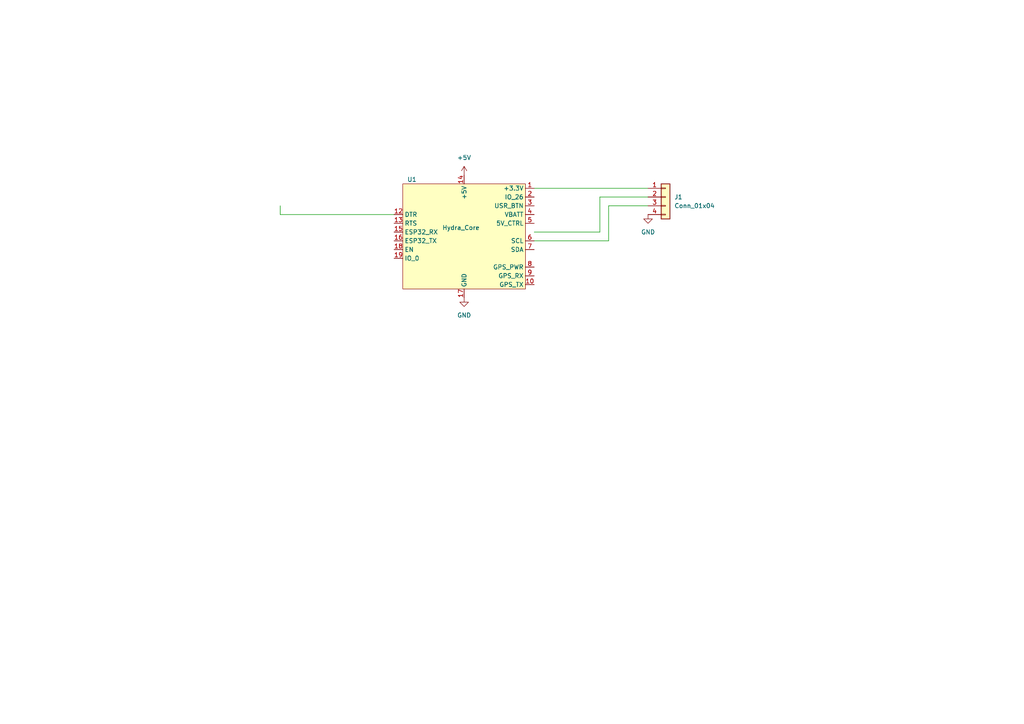
<source format=kicad_sch>
(kicad_sch (version 20211123) (generator eeschema)
  (paper "A4")
  (lib_symbols
    (symbol "Connector_Generic:Conn_01x04" (pin_names (offset 1.016) hide)
      (property "Reference" "J" (at 0 5.08 0))
      (property "Value" "Conn_01x04" (at 0 -7.62 0))
      (symbol "Conn_01x04_1_1"
        (rectangle (start -1.27 -4.953) (end 0 -5.207) (stroke (width 0.1524)))
        (rectangle (start -1.27 -2.413) (end 0 -2.667) (stroke (width 0.1524)))
        (rectangle (start -1.27 0.127) (end 0 -0.127) (stroke (width 0.1524)))
        (rectangle (start -1.27 2.667) (end 0 2.413) (stroke (width 0.1524)))
        (rectangle (start -1.27 3.81) (end 1.27 -6.35) (stroke (width 0.254)) (fill (type background)))
        (pin passive line (at -5.08 2.54 0) (length 3.81) (name "Pin_1") (number "1"))
        (pin passive line (at -5.08 0 0) (length 3.81) (name "Pin_2") (number "2"))
        (pin passive line (at -5.08 -2.54 0) (length 3.81) (name "Pin_3") (number "3"))
        (pin passive line (at -5.08 -5.08 0) (length 3.81) (name "Pin_4") (number "4"))
      )
    )
    (symbol "hydra_core_symbol:Hydra_Core" (in_bom no)
      (property "Reference" "U" (at 0 3.81 0))
      (property "Value" "Hydra_Core" (at 0 -2.54 0))
      (symbol "Hydra_Core_0_1"
        (rectangle (start 17.78 15.24) (end -17.78 -15.24) (fill (type background)))
      )
      (symbol "Hydra_Core_1_1"
        (pin power_out line (at 20.32 13.97 180) (length 2.54) (name "+3.3V") (number "1"))
        (pin bidirectional line (at 20.32 -13.97 180) (length 2.54) (name "GPS_TX") (number "10"))
        (pin power_out line (at 0 -17.78 90) (length 2.54) hide (name "GND") (number "11"))
        (pin bidirectional line (at -20.32 6.35 0) (length 2.54) (name "DTR") (number "12"))
        (pin bidirectional line (at -20.32 3.81 0) (length 2.54) (name "RTS") (number "13"))
        (pin power_in line (at 0 17.78 270) (length 2.54) (name "+5V") (number "14"))
        (pin bidirectional line (at -20.32 1.27 0) (length 2.54) (name "ESP32_RX") (number "15"))
        (pin bidirectional line (at -20.32 -1.27 0) (length 2.54) (name "ESP32_TX") (number "16"))
        (pin power_in line (at 0 -17.78 90) (length 2.54) (name "GND") (number "17"))
        (pin bidirectional line (at -20.32 -3.81 0) (length 2.54) (name "EN") (number "18"))
        (pin bidirectional line (at -20.32 -6.35 0) (length 2.54) (name "IO_0") (number "19"))
        (pin bidirectional line (at 20.32 11.43 180) (length 2.54) (name "IO_26") (number "2"))
        (pin bidirectional line (at 20.32 8.89 180) (length 2.54) (name "USR_BTN") (number "3"))
        (pin input line (at 20.32 6.35 180) (length 2.54) (name "VBATT") (number "4"))
        (pin power_out line (at 20.32 3.81 180) (length 2.54) (name "5V_CTRL") (number "5"))
        (pin bidirectional line (at 20.32 -1.27 180) (length 2.54) (name "SCL") (number "6"))
        (pin bidirectional line (at 20.32 -3.81 180) (length 2.54) (name "SDA") (number "7"))
        (pin power_out line (at 20.32 -8.89 180) (length 2.54) (name "GPS_PWR") (number "8"))
        (pin bidirectional line (at 20.32 -11.43 180) (length 2.54) (name "GPS_RX") (number "9"))
      )
    )
    (symbol "power:+5V" (power) (pin_names (offset 0))
      (property "Value" "+5V" (at 0 3.556 0))
      (symbol "+5V_0_1"
        (polyline (pts (xy -0.762 1.27) (xy 0 2.54)))
        (polyline (pts (xy 0 0) (xy 0 2.54)))
        (polyline (pts (xy 0 2.54) (xy 0.762 1.27)))
      )
      (symbol "+5V_1_1"
        (pin power_in line (at 0 0 90) (length 0) hide (name "+5V") (number "1"))
      )
    )
    (symbol "power:GND" (power) (pin_names (offset 0))
      (property "Value" "GND" (at 0 -3.81 0))
      (symbol "GND_0_1"
        (polyline (pts (xy 0 0) (xy 0 -1.27) (xy 1.27 -1.27) (xy 0 -2.54) (xy -1.27 -1.27) (xy 0 -1.27)))
      )
      (symbol "GND_1_1"
        (pin power_in line (at 0 0 270) (length 0) hide (name "GND") (number "1"))
      )
    )
  )
  (wire (pts (xy 187.96 57.15) (xy 173.99 57.15)))
  (wire (pts (xy 154.94 67.31) (xy 173.99 67.31)))
  (wire (pts (xy 81.28 62.23) (xy 81.28 59.69)))
  (wire (pts (xy 176.53 59.69) (xy 187.96 59.69)))
  (wire (pts (xy 81.28 62.23) (xy 114.3 62.23)))
  (wire (pts (xy 154.94 69.85) (xy 176.53 69.85)))
  (wire (pts (xy 173.99 57.15) (xy 173.99 67.31)))
  (wire (pts (xy 154.94 54.61) (xy 187.96 54.61)))
  (wire (pts (xy 176.53 69.85) (xy 176.53 59.69)))
  (symbol (lib_id "hydra_core_symbol:Hydra_Core") (at 134.62 68.58 0) (unit 1) (in_bom no)
    (property "Reference" "U1" (at 118.11 52.07 0) (effects (justify left)))
    (property "Value" "Hydra_Core" (at 128.27 66.04 0) (effects (justify left)))
    (property "Footprint" "core_pcb:Hydra_core" (effects hide))
  )
  (symbol (lib_id "power:GND") (at 134.62 86.36 0) (unit 1)
    (property "Reference" "#PWR01" (effects hide))
    (property "Value" "GND" (at 134.62 91.44 0))
  )
  (symbol (lib_id "power:GND") (at 187.96 62.23 0) (unit 1)
    (property "Reference" "#PWR02" (effects hide))
    (property "Value" "GND" (at 187.96 67.31 0))
  )
  (symbol (lib_id "Connector_Generic:Conn_01x04") (at 193.04 57.15 0) (unit 1)
    (property "Reference" "J1" (at 195.58 57.1499 0) (effects (justify left)))
    (property "Value" "Conn_01x04" (at 195.58 59.6899 0) (effects (justify left)))
    (property "Footprint" "Connector_PinHeader_2.54mm:PinHeader_1x04_P2.54mm_Vertical" (effects hide))
  )
  (symbol (lib_id "power:+5V") (at 134.62 50.8 0) (unit 1)
    (property "Reference" "#PWR0101" (effects hide))
    (property "Value" "+5V" (at 134.62 45.72 0))
  )
)
</source>
